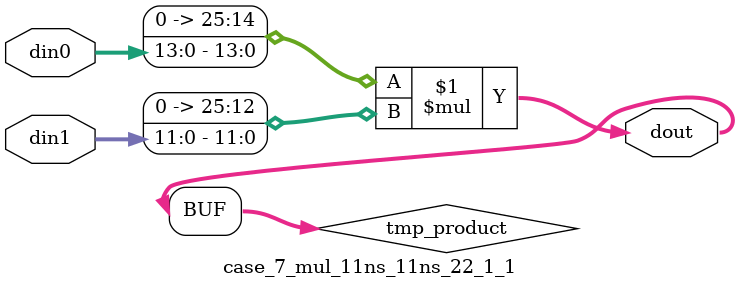
<source format=v>

`timescale 1 ns / 1 ps

 (* use_dsp = "no" *)  module case_7_mul_11ns_11ns_22_1_1(din0, din1, dout);
parameter ID = 1;
parameter NUM_STAGE = 0;
parameter din0_WIDTH = 14;
parameter din1_WIDTH = 12;
parameter dout_WIDTH = 26;

input [din0_WIDTH - 1 : 0] din0; 
input [din1_WIDTH - 1 : 0] din1; 
output [dout_WIDTH - 1 : 0] dout;

wire signed [dout_WIDTH - 1 : 0] tmp_product;
























assign tmp_product = $signed({1'b0, din0}) * $signed({1'b0, din1});











assign dout = tmp_product;





















endmodule

</source>
